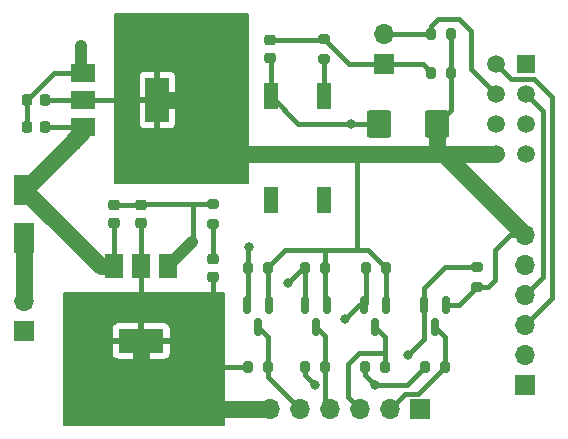
<source format=gtl>
%TF.GenerationSoftware,KiCad,Pcbnew,6.0.11*%
%TF.CreationDate,2024-08-04T21:37:38+01:00*%
%TF.ProjectId,ESPboard,45535062-6f61-4726-942e-6b696361645f,rev?*%
%TF.SameCoordinates,PX87a6900PY5d04800*%
%TF.FileFunction,Copper,L1,Top*%
%TF.FilePolarity,Positive*%
%FSLAX46Y46*%
G04 Gerber Fmt 4.6, Leading zero omitted, Abs format (unit mm)*
G04 Created by KiCad (PCBNEW 6.0.11) date 2024-08-04 21:37:38*
%MOMM*%
%LPD*%
G01*
G04 APERTURE LIST*
G04 Aperture macros list*
%AMRoundRect*
0 Rectangle with rounded corners*
0 $1 Rounding radius*
0 $2 $3 $4 $5 $6 $7 $8 $9 X,Y pos of 4 corners*
0 Add a 4 corners polygon primitive as box body*
4,1,4,$2,$3,$4,$5,$6,$7,$8,$9,$2,$3,0*
0 Add four circle primitives for the rounded corners*
1,1,$1+$1,$2,$3*
1,1,$1+$1,$4,$5*
1,1,$1+$1,$6,$7*
1,1,$1+$1,$8,$9*
0 Add four rect primitives between the rounded corners*
20,1,$1+$1,$2,$3,$4,$5,0*
20,1,$1+$1,$4,$5,$6,$7,0*
20,1,$1+$1,$6,$7,$8,$9,0*
20,1,$1+$1,$8,$9,$2,$3,0*%
G04 Aperture macros list end*
%TA.AperFunction,ComponentPad*%
%ADD10R,1.500000X1.500000*%
%TD*%
%TA.AperFunction,ComponentPad*%
%ADD11C,1.500000*%
%TD*%
%TA.AperFunction,ComponentPad*%
%ADD12R,1.700000X1.700000*%
%TD*%
%TA.AperFunction,ComponentPad*%
%ADD13O,1.700000X1.700000*%
%TD*%
%TA.AperFunction,SMDPad,CuDef*%
%ADD14RoundRect,0.225000X0.225000X0.250000X-0.225000X0.250000X-0.225000X-0.250000X0.225000X-0.250000X0*%
%TD*%
%TA.AperFunction,SMDPad,CuDef*%
%ADD15RoundRect,0.225000X-0.250000X0.225000X-0.250000X-0.225000X0.250000X-0.225000X0.250000X0.225000X0*%
%TD*%
%TA.AperFunction,SMDPad,CuDef*%
%ADD16R,1.500000X2.000000*%
%TD*%
%TA.AperFunction,SMDPad,CuDef*%
%ADD17R,3.800000X2.000000*%
%TD*%
%TA.AperFunction,SMDPad,CuDef*%
%ADD18RoundRect,0.250000X0.787500X0.925000X-0.787500X0.925000X-0.787500X-0.925000X0.787500X-0.925000X0*%
%TD*%
%TA.AperFunction,SMDPad,CuDef*%
%ADD19RoundRect,0.218750X-0.256250X0.218750X-0.256250X-0.218750X0.256250X-0.218750X0.256250X0.218750X0*%
%TD*%
%TA.AperFunction,SMDPad,CuDef*%
%ADD20RoundRect,0.150000X-0.150000X0.587500X-0.150000X-0.587500X0.150000X-0.587500X0.150000X0.587500X0*%
%TD*%
%TA.AperFunction,SMDPad,CuDef*%
%ADD21RoundRect,0.200000X-0.200000X-0.275000X0.200000X-0.275000X0.200000X0.275000X-0.200000X0.275000X0*%
%TD*%
%TA.AperFunction,SMDPad,CuDef*%
%ADD22RoundRect,0.200000X0.200000X0.275000X-0.200000X0.275000X-0.200000X-0.275000X0.200000X-0.275000X0*%
%TD*%
%TA.AperFunction,SMDPad,CuDef*%
%ADD23R,1.800000X2.500000*%
%TD*%
%TA.AperFunction,SMDPad,CuDef*%
%ADD24RoundRect,0.225000X0.250000X-0.225000X0.250000X0.225000X-0.250000X0.225000X-0.250000X-0.225000X0*%
%TD*%
%TA.AperFunction,SMDPad,CuDef*%
%ADD25RoundRect,0.200000X0.275000X-0.200000X0.275000X0.200000X-0.275000X0.200000X-0.275000X-0.200000X0*%
%TD*%
%TA.AperFunction,SMDPad,CuDef*%
%ADD26RoundRect,0.200000X-0.275000X0.200000X-0.275000X-0.200000X0.275000X-0.200000X0.275000X0.200000X0*%
%TD*%
%TA.AperFunction,SMDPad,CuDef*%
%ADD27R,2.000000X1.500000*%
%TD*%
%TA.AperFunction,SMDPad,CuDef*%
%ADD28R,2.000000X3.800000*%
%TD*%
%TA.AperFunction,SMDPad,CuDef*%
%ADD29R,1.300000X2.250000*%
%TD*%
%TA.AperFunction,ViaPad*%
%ADD30C,0.800000*%
%TD*%
%TA.AperFunction,Conductor*%
%ADD31C,0.400000*%
%TD*%
%TA.AperFunction,Conductor*%
%ADD32C,1.000000*%
%TD*%
%TA.AperFunction,Conductor*%
%ADD33C,1.400000*%
%TD*%
G04 APERTURE END LIST*
D10*
X44776000Y-4826000D03*
D11*
X44776000Y-7366000D03*
X44776000Y-9906000D03*
X44776000Y-12446000D03*
X42236000Y-4826000D03*
X42236000Y-7366000D03*
X42236000Y-9906000D03*
X42236000Y-12446000D03*
D12*
X32766000Y-4844000D03*
D13*
X32766000Y-2304000D03*
D14*
X4077000Y-7874000D03*
X2527000Y-7874000D03*
D15*
X23114000Y-2794000D03*
X23114000Y-4344000D03*
D12*
X2286000Y-27432000D03*
D13*
X2286000Y-24892000D03*
D16*
X14492000Y-21957500D03*
D17*
X12192000Y-28257500D03*
D16*
X12192000Y-21957500D03*
X9892000Y-21957500D03*
D18*
X37260500Y-9906000D03*
X32335500Y-9906000D03*
D19*
X18288000Y-21310500D03*
X18288000Y-22885500D03*
D20*
X32954000Y-25224500D03*
X31054000Y-25224500D03*
X32004000Y-27099500D03*
D21*
X26099000Y-30480000D03*
X27749000Y-30480000D03*
D22*
X27749000Y-22098000D03*
X26099000Y-22098000D03*
D21*
X21273000Y-30480000D03*
X22923000Y-30480000D03*
D12*
X44704000Y-32004000D03*
D13*
X44704000Y-29464000D03*
X44704000Y-26924000D03*
X44704000Y-24384000D03*
X44704000Y-21844000D03*
X44704000Y-19304000D03*
D23*
X2286000Y-15521000D03*
X2286000Y-19521000D03*
D12*
X35814000Y-34036000D03*
D13*
X33274000Y-34036000D03*
X30734000Y-34036000D03*
X28194000Y-34036000D03*
X25654000Y-34036000D03*
X23114000Y-34036000D03*
D20*
X38034000Y-25224500D03*
X36134000Y-25224500D03*
X37084000Y-27099500D03*
D21*
X36259000Y-30480000D03*
X37909000Y-30480000D03*
D22*
X38417000Y-5588000D03*
X36767000Y-5588000D03*
D24*
X12192000Y-18301000D03*
X12192000Y-16751000D03*
D22*
X32892000Y-22098000D03*
X31242000Y-22098000D03*
D25*
X40640000Y-23685000D03*
X40640000Y-22035000D03*
D20*
X23048000Y-25224500D03*
X21148000Y-25224500D03*
X22098000Y-27099500D03*
D22*
X38417000Y-2286000D03*
X36767000Y-2286000D03*
D21*
X31179000Y-30480000D03*
X32829000Y-30480000D03*
D24*
X9906000Y-18301000D03*
X9906000Y-16751000D03*
D22*
X22923000Y-22098000D03*
X21273000Y-22098000D03*
D25*
X18288000Y-18351000D03*
X18288000Y-16701000D03*
D26*
X27686000Y-2744000D03*
X27686000Y-4394000D03*
D14*
X4077000Y-10160000D03*
X2527000Y-10160000D03*
D27*
X7264000Y-5574000D03*
X7264000Y-7874000D03*
D28*
X13564000Y-7874000D03*
D27*
X7264000Y-10174000D03*
D20*
X27937000Y-25224500D03*
X26037000Y-25224500D03*
X26987000Y-27099500D03*
D29*
X23150000Y-16326000D03*
X23150000Y-7576000D03*
X27650000Y-7576000D03*
X27650000Y-16326000D03*
D30*
X29972000Y-9906000D03*
X7112000Y-3302000D03*
X16510000Y-19939500D03*
X26924000Y-32004000D03*
X32004000Y-32004000D03*
X24638000Y-23368000D03*
X29464000Y-26416000D03*
X21336000Y-20320000D03*
X34798000Y-29464000D03*
D31*
X36023000Y-4844000D02*
X32766000Y-4844000D01*
X27636000Y-2794000D02*
X27686000Y-2744000D01*
X29786000Y-4844000D02*
X32766000Y-4844000D01*
X23114000Y-2794000D02*
X27636000Y-2794000D01*
X27686000Y-2744000D02*
X29786000Y-4844000D01*
X36767000Y-5588000D02*
X36023000Y-4844000D01*
X16573000Y-16701000D02*
X12242000Y-16701000D01*
X9906000Y-16751000D02*
X12192000Y-16751000D01*
D32*
X16510000Y-19939500D02*
X14492000Y-21957500D01*
D31*
X12242000Y-16701000D02*
X12192000Y-16751000D01*
D32*
X7112000Y-5422000D02*
X7264000Y-5574000D01*
D31*
X18288000Y-16701000D02*
X16573000Y-16701000D01*
X2527000Y-7874000D02*
X4827000Y-5574000D01*
X25480000Y-9906000D02*
X23150000Y-7576000D01*
X23150000Y-4380000D02*
X23114000Y-4344000D01*
X16573000Y-16701000D02*
X16573000Y-19876500D01*
D32*
X7112000Y-3302000D02*
X7112000Y-5422000D01*
D31*
X23150000Y-7576000D02*
X23150000Y-4380000D01*
X29972000Y-9906000D02*
X25480000Y-9906000D01*
X2527000Y-10160000D02*
X2527000Y-7874000D01*
X16573000Y-19876500D02*
X16510000Y-19939500D01*
X4827000Y-5574000D02*
X7264000Y-5574000D01*
X32335500Y-9906000D02*
X29972000Y-9906000D01*
D33*
X37846000Y-12446000D02*
X37338000Y-12446000D01*
X15748000Y-7874000D02*
X13564000Y-7874000D01*
D31*
X39100500Y-25224500D02*
X40640000Y-23685000D01*
X38417000Y-2286000D02*
X38417000Y-5588000D01*
D33*
X37260500Y-12368500D02*
X37338000Y-12446000D01*
D31*
X40640000Y-23685000D02*
X41593000Y-23685000D01*
D33*
X20320000Y-12446000D02*
X15748000Y-7874000D01*
D31*
X22923000Y-22035000D02*
X24384000Y-20574000D01*
X31368000Y-20574000D02*
X30480000Y-20574000D01*
X38417000Y-8749500D02*
X37260500Y-9906000D01*
X27686000Y-20574000D02*
X30480000Y-20574000D01*
D33*
X37260500Y-9906000D02*
X37260500Y-12368500D01*
D31*
X38417000Y-5588000D02*
X38417000Y-8749500D01*
X32892000Y-22098000D02*
X31368000Y-20574000D01*
D33*
X44704000Y-19304000D02*
X37846000Y-12446000D01*
X37338000Y-12446000D02*
X29972000Y-12446000D01*
D31*
X7264000Y-7874000D02*
X13564000Y-7874000D01*
X30480000Y-12954000D02*
X29972000Y-12446000D01*
X24384000Y-20574000D02*
X27686000Y-20574000D01*
X22923000Y-22098000D02*
X22923000Y-25099500D01*
X42164000Y-20574000D02*
X43434000Y-19304000D01*
X22923000Y-25099500D02*
X23048000Y-25224500D01*
D33*
X29972000Y-12446000D02*
X20320000Y-12446000D01*
D31*
X32892000Y-25162500D02*
X32954000Y-25224500D01*
X43434000Y-19304000D02*
X44704000Y-19304000D01*
X30480000Y-20574000D02*
X30480000Y-12954000D01*
X27749000Y-22098000D02*
X27749000Y-20637000D01*
X22923000Y-22098000D02*
X22923000Y-22035000D01*
X27749000Y-25036500D02*
X27937000Y-25224500D01*
X27749000Y-20637000D02*
X27686000Y-20574000D01*
X27749000Y-22098000D02*
X27749000Y-25036500D01*
X41593000Y-23685000D02*
X42164000Y-23114000D01*
X7264000Y-7874000D02*
X4077000Y-7874000D01*
X42164000Y-23114000D02*
X42164000Y-20574000D01*
X32892000Y-22098000D02*
X32892000Y-25162500D01*
D33*
X42236000Y-12446000D02*
X37338000Y-12446000D01*
D31*
X38034000Y-25224500D02*
X39100500Y-25224500D01*
X9906000Y-21943500D02*
X9892000Y-21957500D01*
D33*
X6502000Y-11305000D02*
X2286000Y-15521000D01*
D31*
X4077000Y-10160000D02*
X7250000Y-10160000D01*
D33*
X2313000Y-15521000D02*
X2286000Y-15521000D01*
X4572000Y-17780000D02*
X2313000Y-15521000D01*
D31*
X9906000Y-18301000D02*
X9906000Y-21943500D01*
D33*
X7264000Y-10174000D02*
X7264000Y-10516000D01*
D31*
X7250000Y-10160000D02*
X7264000Y-10174000D01*
D33*
X8749500Y-21957500D02*
X9892000Y-21957500D01*
X4572000Y-17780000D02*
X8749500Y-21957500D01*
X7264000Y-10516000D02*
X6350000Y-11430000D01*
D31*
X26099000Y-31179000D02*
X26099000Y-30480000D01*
X12192000Y-21957500D02*
X12192000Y-18301000D01*
D33*
X12192000Y-30734000D02*
X12192000Y-28257500D01*
X23114000Y-34036000D02*
X13970000Y-34036000D01*
X13970000Y-34036000D02*
X12192000Y-32258000D01*
D31*
X21273000Y-30480000D02*
X17272000Y-30480000D01*
X32004000Y-32004000D02*
X34735000Y-32004000D01*
X18288000Y-22885500D02*
X18288000Y-30480000D01*
X34735000Y-32004000D02*
X36259000Y-30480000D01*
D33*
X12192000Y-32258000D02*
X12192000Y-30734000D01*
D31*
X18288000Y-30480000D02*
X12446000Y-30480000D01*
X31179000Y-31179000D02*
X31179000Y-30480000D01*
X26924000Y-32004000D02*
X26099000Y-31179000D01*
X32004000Y-32004000D02*
X31179000Y-31179000D01*
X12446000Y-30480000D02*
X12192000Y-30734000D01*
X12192000Y-21957500D02*
X12192000Y-28257500D01*
D33*
X2286000Y-19521000D02*
X2286000Y-24892000D01*
D31*
X18288000Y-21310500D02*
X18288000Y-18351000D01*
X39116000Y-1016000D02*
X40132000Y-2032000D01*
X37338000Y-1016000D02*
X39116000Y-1016000D01*
X32766000Y-2304000D02*
X36749000Y-2304000D01*
X40132000Y-5262000D02*
X40132000Y-2032000D01*
X42236000Y-7366000D02*
X40132000Y-5262000D01*
X36767000Y-2286000D02*
X36767000Y-1587000D01*
X36767000Y-1587000D02*
X37338000Y-1016000D01*
X36749000Y-2304000D02*
X36767000Y-2286000D01*
X43506000Y-6096000D02*
X45466000Y-6096000D01*
X45466000Y-6096000D02*
X46990000Y-7620000D01*
X46990000Y-24638000D02*
X44704000Y-26924000D01*
X46990000Y-7620000D02*
X46990000Y-24638000D01*
X42236000Y-4826000D02*
X43506000Y-6096000D01*
X46228000Y-8818000D02*
X46228000Y-22860000D01*
X46228000Y-22860000D02*
X44704000Y-24384000D01*
X44776000Y-7366000D02*
X46228000Y-8818000D01*
X35603000Y-32786000D02*
X34524000Y-32786000D01*
X34524000Y-32786000D02*
X33274000Y-34036000D01*
X37909000Y-30480000D02*
X37909000Y-27924500D01*
X37909000Y-30480000D02*
X35603000Y-32786000D01*
X37909000Y-27924500D02*
X37084000Y-27099500D01*
X30671000Y-29273000D02*
X29718000Y-30226000D01*
X32829000Y-27924500D02*
X32004000Y-27099500D01*
X32829000Y-30480000D02*
X32829000Y-29273000D01*
X32829000Y-29273000D02*
X30671000Y-29273000D01*
X29718000Y-30226000D02*
X29718000Y-33020000D01*
X29718000Y-33020000D02*
X30734000Y-34036000D01*
X32829000Y-29273000D02*
X32829000Y-27924500D01*
X27749000Y-33591000D02*
X28194000Y-34036000D01*
X27749000Y-27861500D02*
X26987000Y-27099500D01*
X27749000Y-30480000D02*
X27749000Y-33591000D01*
X27749000Y-30480000D02*
X27749000Y-27861500D01*
X22923000Y-27924500D02*
X22098000Y-27099500D01*
X22923000Y-31305000D02*
X25654000Y-34036000D01*
X22923000Y-30480000D02*
X22923000Y-31305000D01*
X22923000Y-30480000D02*
X22923000Y-27924500D01*
X26099000Y-25162500D02*
X26037000Y-25224500D01*
X25908000Y-22098000D02*
X24638000Y-23368000D01*
X26099000Y-22098000D02*
X25908000Y-22098000D01*
X26099000Y-22098000D02*
X26099000Y-25162500D01*
X31242000Y-25036500D02*
X31054000Y-25224500D01*
X31242000Y-22098000D02*
X31242000Y-25036500D01*
X30655500Y-25224500D02*
X29464000Y-26416000D01*
X31054000Y-25224500D02*
X30655500Y-25224500D01*
X21273000Y-20383000D02*
X21336000Y-20320000D01*
X21273000Y-22098000D02*
X21273000Y-25099500D01*
X21273000Y-25099500D02*
X21148000Y-25224500D01*
X21273000Y-22098000D02*
X21273000Y-20383000D01*
X36134000Y-28128000D02*
X34798000Y-29464000D01*
X37909000Y-22035000D02*
X40640000Y-22035000D01*
X36134000Y-25224500D02*
X36134000Y-23810000D01*
X36134000Y-25224500D02*
X36134000Y-28128000D01*
X36134000Y-23810000D02*
X37909000Y-22035000D01*
X27650000Y-4430000D02*
X27686000Y-4394000D01*
X27650000Y-7576000D02*
X27650000Y-4430000D01*
%TA.AperFunction,Conductor*%
G36*
X19246121Y-24150002D02*
G01*
X19292614Y-24203658D01*
X19304000Y-24256000D01*
X19304000Y-35365500D01*
X19283998Y-35433621D01*
X19230342Y-35480114D01*
X19178000Y-35491500D01*
X5714000Y-35491500D01*
X5645879Y-35471498D01*
X5599386Y-35417842D01*
X5588000Y-35365500D01*
X5588000Y-29302169D01*
X9784001Y-29302169D01*
X9784371Y-29308990D01*
X9789895Y-29359852D01*
X9793521Y-29375104D01*
X9838676Y-29495554D01*
X9847214Y-29511149D01*
X9923715Y-29613224D01*
X9936276Y-29625785D01*
X10038351Y-29702286D01*
X10053946Y-29710824D01*
X10174394Y-29755978D01*
X10189649Y-29759605D01*
X10240514Y-29765131D01*
X10247328Y-29765500D01*
X11919885Y-29765500D01*
X11935124Y-29761025D01*
X11936329Y-29759635D01*
X11938000Y-29751952D01*
X11938000Y-29747384D01*
X12446000Y-29747384D01*
X12450475Y-29762623D01*
X12451865Y-29763828D01*
X12459548Y-29765499D01*
X14136669Y-29765499D01*
X14143490Y-29765129D01*
X14194352Y-29759605D01*
X14209604Y-29755979D01*
X14330054Y-29710824D01*
X14345649Y-29702286D01*
X14447724Y-29625785D01*
X14460285Y-29613224D01*
X14536786Y-29511149D01*
X14545324Y-29495554D01*
X14590478Y-29375106D01*
X14594105Y-29359851D01*
X14599631Y-29308986D01*
X14600000Y-29302172D01*
X14600000Y-28529615D01*
X14595525Y-28514376D01*
X14594135Y-28513171D01*
X14586452Y-28511500D01*
X12464115Y-28511500D01*
X12448876Y-28515975D01*
X12447671Y-28517365D01*
X12446000Y-28525048D01*
X12446000Y-29747384D01*
X11938000Y-29747384D01*
X11938000Y-28529615D01*
X11933525Y-28514376D01*
X11932135Y-28513171D01*
X11924452Y-28511500D01*
X9802116Y-28511500D01*
X9786877Y-28515975D01*
X9785672Y-28517365D01*
X9784001Y-28525048D01*
X9784001Y-29302169D01*
X5588000Y-29302169D01*
X5588000Y-27985385D01*
X9784000Y-27985385D01*
X9788475Y-28000624D01*
X9789865Y-28001829D01*
X9797548Y-28003500D01*
X11919885Y-28003500D01*
X11935124Y-27999025D01*
X11936329Y-27997635D01*
X11938000Y-27989952D01*
X11938000Y-27985385D01*
X12446000Y-27985385D01*
X12450475Y-28000624D01*
X12451865Y-28001829D01*
X12459548Y-28003500D01*
X14581884Y-28003500D01*
X14597123Y-27999025D01*
X14598328Y-27997635D01*
X14599999Y-27989952D01*
X14599999Y-27212831D01*
X14599629Y-27206010D01*
X14594105Y-27155148D01*
X14590479Y-27139896D01*
X14545324Y-27019446D01*
X14536786Y-27003851D01*
X14460285Y-26901776D01*
X14447724Y-26889215D01*
X14345649Y-26812714D01*
X14330054Y-26804176D01*
X14209606Y-26759022D01*
X14194351Y-26755395D01*
X14143486Y-26749869D01*
X14136672Y-26749500D01*
X12464115Y-26749500D01*
X12448876Y-26753975D01*
X12447671Y-26755365D01*
X12446000Y-26763048D01*
X12446000Y-27985385D01*
X11938000Y-27985385D01*
X11938000Y-26767616D01*
X11933525Y-26752377D01*
X11932135Y-26751172D01*
X11924452Y-26749501D01*
X10247331Y-26749501D01*
X10240510Y-26749871D01*
X10189648Y-26755395D01*
X10174396Y-26759021D01*
X10053946Y-26804176D01*
X10038351Y-26812714D01*
X9936276Y-26889215D01*
X9923715Y-26901776D01*
X9847214Y-27003851D01*
X9838676Y-27019446D01*
X9793522Y-27139894D01*
X9789895Y-27155149D01*
X9784369Y-27206014D01*
X9784000Y-27212828D01*
X9784000Y-27985385D01*
X5588000Y-27985385D01*
X5588000Y-24256000D01*
X5608002Y-24187879D01*
X5661658Y-24141386D01*
X5714000Y-24130000D01*
X19178000Y-24130000D01*
X19246121Y-24150002D01*
G37*
%TD.AperFunction*%
%TA.AperFunction,Conductor*%
G36*
X21278121Y-528502D02*
G01*
X21324614Y-582158D01*
X21336000Y-634500D01*
X21336000Y-14860000D01*
X21315998Y-14928121D01*
X21262342Y-14974614D01*
X21210000Y-14986000D01*
X10032000Y-14986000D01*
X9963879Y-14965998D01*
X9917386Y-14912342D01*
X9906000Y-14860000D01*
X9906000Y-9818669D01*
X12056001Y-9818669D01*
X12056371Y-9825490D01*
X12061895Y-9876352D01*
X12065521Y-9891604D01*
X12110676Y-10012054D01*
X12119214Y-10027649D01*
X12195715Y-10129724D01*
X12208276Y-10142285D01*
X12310351Y-10218786D01*
X12325946Y-10227324D01*
X12446394Y-10272478D01*
X12461649Y-10276105D01*
X12512514Y-10281631D01*
X12519328Y-10282000D01*
X13291885Y-10282000D01*
X13307124Y-10277525D01*
X13308329Y-10276135D01*
X13310000Y-10268452D01*
X13310000Y-10263884D01*
X13818000Y-10263884D01*
X13822475Y-10279123D01*
X13823865Y-10280328D01*
X13831548Y-10281999D01*
X14608669Y-10281999D01*
X14615490Y-10281629D01*
X14666352Y-10276105D01*
X14681604Y-10272479D01*
X14802054Y-10227324D01*
X14817649Y-10218786D01*
X14919724Y-10142285D01*
X14932285Y-10129724D01*
X15008786Y-10027649D01*
X15017324Y-10012054D01*
X15062478Y-9891606D01*
X15066105Y-9876351D01*
X15071631Y-9825486D01*
X15072000Y-9818672D01*
X15072000Y-8146115D01*
X15067525Y-8130876D01*
X15066135Y-8129671D01*
X15058452Y-8128000D01*
X13836115Y-8128000D01*
X13820876Y-8132475D01*
X13819671Y-8133865D01*
X13818000Y-8141548D01*
X13818000Y-10263884D01*
X13310000Y-10263884D01*
X13310000Y-8146115D01*
X13305525Y-8130876D01*
X13304135Y-8129671D01*
X13296452Y-8128000D01*
X12074116Y-8128000D01*
X12058877Y-8132475D01*
X12057672Y-8133865D01*
X12056001Y-8141548D01*
X12056001Y-9818669D01*
X9906000Y-9818669D01*
X9906000Y-7601885D01*
X12056000Y-7601885D01*
X12060475Y-7617124D01*
X12061865Y-7618329D01*
X12069548Y-7620000D01*
X13291885Y-7620000D01*
X13307124Y-7615525D01*
X13308329Y-7614135D01*
X13310000Y-7606452D01*
X13310000Y-7601885D01*
X13818000Y-7601885D01*
X13822475Y-7617124D01*
X13823865Y-7618329D01*
X13831548Y-7620000D01*
X15053884Y-7620000D01*
X15069123Y-7615525D01*
X15070328Y-7614135D01*
X15071999Y-7606452D01*
X15071999Y-5929331D01*
X15071629Y-5922510D01*
X15066105Y-5871648D01*
X15062479Y-5856396D01*
X15017324Y-5735946D01*
X15008786Y-5720351D01*
X14932285Y-5618276D01*
X14919724Y-5605715D01*
X14817649Y-5529214D01*
X14802054Y-5520676D01*
X14681606Y-5475522D01*
X14666351Y-5471895D01*
X14615486Y-5466369D01*
X14608672Y-5466000D01*
X13836115Y-5466000D01*
X13820876Y-5470475D01*
X13819671Y-5471865D01*
X13818000Y-5479548D01*
X13818000Y-7601885D01*
X13310000Y-7601885D01*
X13310000Y-5484116D01*
X13305525Y-5468877D01*
X13304135Y-5467672D01*
X13296452Y-5466001D01*
X12519331Y-5466001D01*
X12512510Y-5466371D01*
X12461648Y-5471895D01*
X12446396Y-5475521D01*
X12325946Y-5520676D01*
X12310351Y-5529214D01*
X12208276Y-5605715D01*
X12195715Y-5618276D01*
X12119214Y-5720351D01*
X12110676Y-5735946D01*
X12065522Y-5856394D01*
X12061895Y-5871649D01*
X12056369Y-5922514D01*
X12056000Y-5929328D01*
X12056000Y-7601885D01*
X9906000Y-7601885D01*
X9906000Y-634500D01*
X9926002Y-566379D01*
X9979658Y-519886D01*
X10032000Y-508500D01*
X21210000Y-508500D01*
X21278121Y-528502D01*
G37*
%TD.AperFunction*%
M02*

</source>
